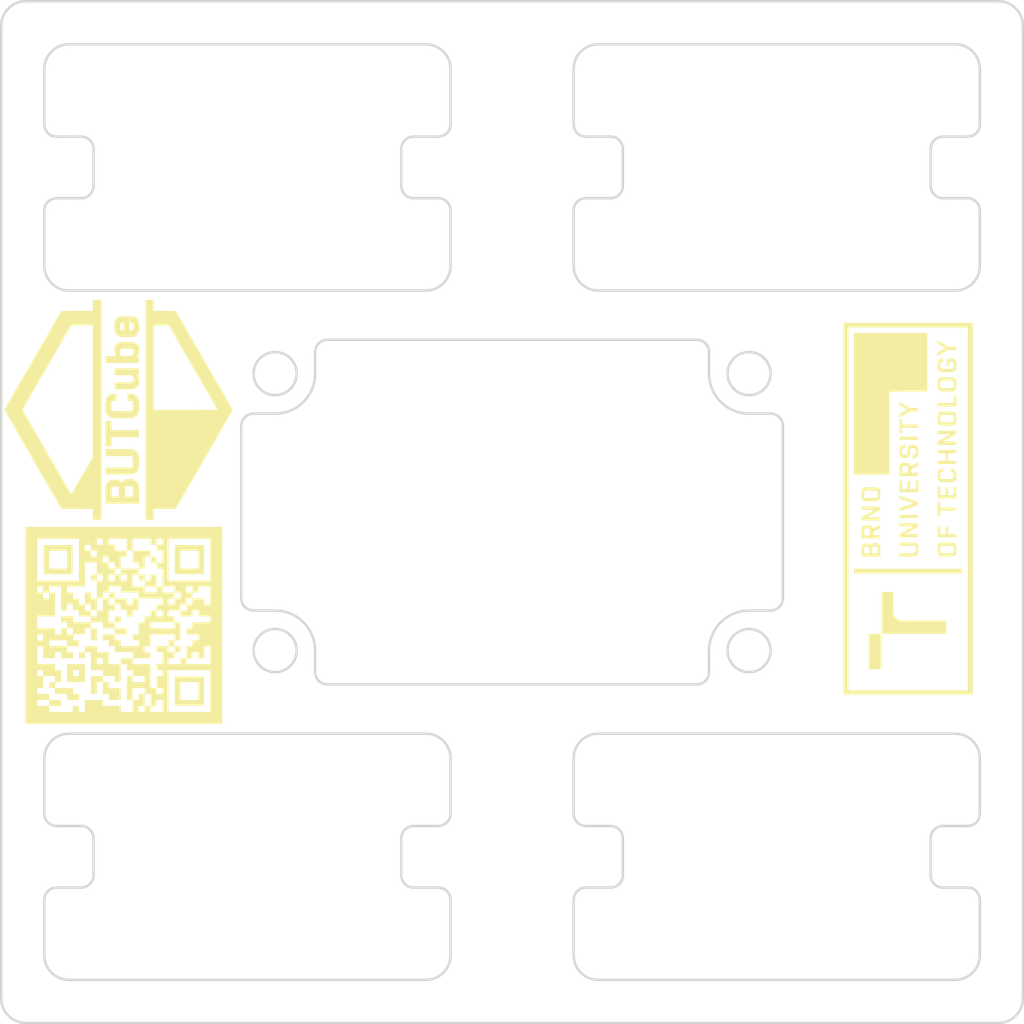
<source format=kicad_pcb>
(kicad_pcb (version 20210424) (generator pcbnew)
  (layers (0 "F.Cu" signal) (31 "B.Cu" signal) (34 "B.Paste" user) (35 "F.Paste" user) (36 "B.SilkS" user "B.Silkscreen") (37 "F.SilkS" user "F.Silkscreen") (38 "B.Mask" user) (39 "F.Mask" user) (44 "Edge.Cuts" user))
  (net 0 "")
  (footprint "LOGO" (layer "F.Cu") (at 121.65 106.1 90)
    (fp_text reference "G***" hide)
    (fp_text value "LOGO" hide)
  )
  (footprint "LOGO" (layer "F.Cu") (at 185.375 96.625 90)
    (fp_text reference "G***" hide)
    (fp_text value "LOGO" hide)
  )
  (footprint "LOGO" (layer "F.Cu") (at 121.225 88.6 90)
    (fp_text reference "G***" hide)
    (fp_text value "LOGO" hide)
  )
  (gr_arc (start 113.700001 136.400001) (end 111.700001 136.400001) (angle -90) (layer "Edge.Cuts") (width 0.2))
  (gr_line (start 158.2 116.9) (end 158.2 121.4) (layer "Edge.Cuts") (width 0.2))
  (gr_line (start 175.2 103.900001) (end 175.2 89.900001) (layer "Edge.Cuts") (width 0.2))
  (gr_line (start 161.2 71.400001) (end 159.2 71.400001) (layer "Edge.Cuts") (width 0.2))
  (gr_arc (start 159.2 72.400001) (end 159.2 71.4) (angle -90) (layer "Edge.Cuts") (width 0.2))
  (gr_arc (start 117.200001 116.9) (end 117.2 114.9) (angle -90) (layer "Edge.Cuts") (width 0.2))
  (gr_line (start 147.2 122.4) (end 145.2 122.4) (layer "Edge.Cuts") (width 0.2))
  (gr_arc (start 132.2 103.900001) (end 131.2 103.900001) (angle -90) (layer "Edge.Cuts") (width 0.2))
  (gr_arc (start 146.2 60.900001) (end 148.2 60.900001) (angle -90) (layer "Edge.Cuts") (width 0.2))
  (gr_line (start 191.2 60.900001) (end 191.2 65.400001) (layer "Edge.Cuts") (width 0.2))
  (gr_line (start 161.200001 127.4) (end 159.2 127.4) (layer "Edge.Cuts") (width 0.2))
  (gr_line (start 159.2 122.4) (end 161.200001 122.4) (layer "Edge.Cuts") (width 0.2))
  (gr_line (start 158.2 60.9) (end 158.2 65.400001) (layer "Edge.Cuts") (width 0.2))
  (gr_line (start 158.2 72.400001) (end 158.2 76.9) (layer "Edge.Cuts") (width 0.2))
  (gr_arc (start 189.2 76.900001) (end 189.2 78.900001) (angle -90) (layer "Edge.Cuts") (width 0.2))
  (gr_arc (start 188.2 126.4) (end 187.2 126.4) (angle -90) (layer "Edge.Cuts") (width 0.2))
  (gr_line (start 159.2 66.400001) (end 161.2 66.400001) (layer "Edge.Cuts") (width 0.2))
  (gr_line (start 190.2 122.4) (end 188.2 122.4) (layer "Edge.Cuts") (width 0.2))
  (gr_line (start 190.2 66.4) (end 188.2 66.4) (layer "Edge.Cuts") (width 0.2))
  (gr_arc (start 189.2 60.900001) (end 191.2 60.900001) (angle -90) (layer "Edge.Cuts") (width 0.2))
  (gr_line (start 137.2 109.900001) (end 137.2 108.150001) (layer "Edge.Cuts") (width 0.2))
  (gr_arc (start 145.2 70.4) (end 144.2 70.4) (angle -90) (layer "Edge.Cuts") (width 0.2))
  (gr_arc (start 161.200001 123.4) (end 162.200001 123.4) (angle -90) (layer "Edge.Cuts") (width 0.2))
  (gr_arc (start 133.95 108.150001) (end 137.2 108.150001) (angle -90) (layer "Edge.Cuts") (width 0.2))
  (gr_arc (start 188.2 70.4) (end 187.2 70.4) (angle -90) (layer "Edge.Cuts") (width 0.2))
  (gr_arc (start 161.2 70.400001) (end 161.2 71.400001) (angle -90) (layer "Edge.Cuts") (width 0.2))
  (gr_arc (start 118.2 67.4) (end 119.2 67.4) (angle -90) (layer "Edge.Cuts") (width 0.2))
  (gr_arc (start 168.2 109.9) (end 168.2 110.900001) (angle -90) (layer "Edge.Cuts") (width 0.2))
  (gr_circle (center 133.95 85.650001) (end 135.7 85.650001) (layer "Edge.Cuts") (width 0.2) (fill none))
  (gr_arc (start 160.2 60.9) (end 160.2 58.9) (angle -90) (layer "Edge.Cuts") (width 0.2))
  (gr_arc (start 161.2 67.400001) (end 162.2 67.400001) (angle -90) (layer "Edge.Cuts") (width 0.2))
  (gr_line (start 111.7 57.400001) (end 111.700001 136.400001) (layer "Edge.Cuts") (width 0.2))
  (gr_arc (start 133.95 85.650001) (end 133.95 88.900001) (angle -90) (layer "Edge.Cuts") (width 0.2))
  (gr_arc (start 147.2 128.4) (end 148.2 128.4) (angle -90) (layer "Edge.Cuts") (width 0.2))
  (gr_arc (start 172.45 85.650001) (end 169.2 85.650001) (angle -90) (layer "Edge.Cuts") (width 0.2))
  (gr_arc (start 161.200001 126.4) (end 161.200001 127.4) (angle -90) (layer "Edge.Cuts") (width 0.2))
  (gr_arc (start 116.2 128.400001) (end 116.2 127.4) (angle -90) (layer "Edge.Cuts") (width 0.2))
  (gr_line (start 148.2 116.9) (end 148.2 121.4) (layer "Edge.Cuts") (width 0.2))
  (gr_arc (start 159.2 65.400001) (end 158.2 65.400001) (angle -90) (layer "Edge.Cuts") (width 0.2))
  (gr_line (start 158.2 128.4) (end 158.2 132.9) (layer "Edge.Cuts") (width 0.2))
  (gr_arc (start 147.2 121.4) (end 147.2 122.4) (angle -90) (layer "Edge.Cuts") (width 0.2))
  (gr_arc (start 192.7 57.4) (end 194.7 57.4) (angle -90) (layer "Edge.Cuts") (width 0.2))
  (gr_line (start 169.2 83.900001) (end 169.2 85.650001) (layer "Edge.Cuts") (width 0.2))
  (gr_line (start 145.2 71.4) (end 147.2 71.4) (layer "Edge.Cuts") (width 0.2))
  (gr_arc (start 188.2 123.4) (end 188.2 122.4) (angle -90) (layer "Edge.Cuts") (width 0.2))
  (gr_arc (start 117.2 60.900001) (end 117.2 58.9) (angle -90) (layer "Edge.Cuts") (width 0.2))
  (gr_line (start 115.2 128.4) (end 115.2 132.9) (layer "Edge.Cuts") (width 0.2))
  (gr_arc (start 147.2 72.4) (end 148.2 72.4) (angle -90) (layer "Edge.Cuts") (width 0.2))
  (gr_arc (start 118.2 70.400001) (end 118.2 71.400001) (angle -90) (layer "Edge.Cuts") (width 0.2))
  (gr_line (start 168.2 110.900001) (end 138.2 110.900001) (layer "Edge.Cuts") (width 0.2))
  (gr_line (start 133.95 88.900001) (end 132.2 88.900001) (layer "Edge.Cuts") (width 0.2))
  (gr_line (start 148.2 60.9) (end 148.2 65.4) (layer "Edge.Cuts") (width 0.2))
  (gr_arc (start 146.2 76.9) (end 146.2 78.900001) (angle -90) (layer "Edge.Cuts") (width 0.2))
  (gr_arc (start 147.2 65.4) (end 147.2 66.400001) (angle -90) (layer "Edge.Cuts") (width 0.2))
  (gr_line (start 117.2 58.9) (end 146.2 58.900001) (layer "Edge.Cuts") (width 0.2))
  (gr_line (start 138.2 82.900001) (end 168.2 82.900001) (layer "Edge.Cuts") (width 0.2))
  (gr_line (start 162.2 67.400001) (end 162.2 70.400001) (layer "Edge.Cuts") (width 0.2))
  (gr_arc (start 118.2 126.4) (end 118.2 127.4) (angle -90) (layer "Edge.Cuts") (width 0.2))
  (gr_line (start 131.2 89.900001) (end 131.2 103.900001) (layer "Edge.Cuts") (width 0.2))
  (gr_line (start 118.2 71.4) (end 116.2 71.4) (layer "Edge.Cuts") (width 0.2))
  (gr_arc (start 118.200001 123.4) (end 119.2 123.4) (angle -90) (layer "Edge.Cuts") (width 0.2))
  (gr_line (start 188.2 127.4) (end 190.2 127.4) (layer "Edge.Cuts") (width 0.2))
  (gr_line (start 116.2 66.4) (end 118.2 66.4) (layer "Edge.Cuts") (width 0.2))
  (gr_line (start 119.2 123.4) (end 119.2 126.4) (layer "Edge.Cuts") (width 0.2))
  (gr_line (start 119.2 67.4) (end 119.2 70.4) (layer "Edge.Cuts") (width 0.2))
  (gr_arc (start 146.2 116.9) (end 148.2 116.9) (angle -90) (layer "Edge.Cuts") (width 0.2))
  (gr_line (start 160.2 58.9) (end 189.2 58.9) (layer "Edge.Cuts") (width 0.2))
  (gr_circle (center 133.95 108.150001) (end 135.7 108.150001) (layer "Edge.Cuts") (width 0.2) (fill none))
  (gr_arc (start 160.200001 132.9) (end 158.2 132.9) (angle -90) (layer "Edge.Cuts") (width 0.2))
  (gr_arc (start 145.2 126.4) (end 144.2 126.4) (angle -90) (layer "Edge.Cuts") (width 0.2))
  (gr_line (start 191.2 72.4) (end 191.2 76.900001) (layer "Edge.Cuts") (width 0.2))
  (gr_arc (start 113.700001 57.400001) (end 113.700001 55.400001) (angle -90) (layer "Edge.Cuts") (width 0.2))
  (gr_line (start 169.2 109.900001) (end 169.2 108.150001) (layer "Edge.Cuts") (width 0.2))
  (gr_line (start 162.2 123.4) (end 162.2 126.4) (layer "Edge.Cuts") (width 0.2))
  (gr_line (start 133.95 104.900001) (end 132.2 104.900001) (layer "Edge.Cuts") (width 0.2))
  (gr_arc (start 190.2 72.400001) (end 191.2 72.400001) (angle -90) (layer "Edge.Cuts") (width 0.2))
  (gr_arc (start 138.2 83.900001) (end 138.2 82.9) (angle -90) (layer "Edge.Cuts") (width 0.2))
  (gr_line (start 115.2 116.9) (end 115.2 121.4) (layer "Edge.Cuts") (width 0.2))
  (gr_line (start 145.2 127.4) (end 147.2 127.4) (layer "Edge.Cuts") (width 0.2))
  (gr_arc (start 116.2 65.4) (end 115.2 65.4) (angle -90) (layer "Edge.Cuts") (width 0.2))
  (gr_circle (center 172.45 85.650001) (end 174.2 85.650001) (layer "Edge.Cuts") (width 0.2) (fill none))
  (gr_arc (start 132.2 89.9) (end 132.2 88.9) (angle -90) (layer "Edge.Cuts") (width 0.2))
  (gr_arc (start 190.2 65.4) (end 190.2 66.400001) (angle -90) (layer "Edge.Cuts") (width 0.2))
  (gr_arc (start 190.2 128.4) (end 191.2 128.4) (angle -90) (layer "Edge.Cuts") (width 0.2))
  (gr_line (start 118.2 127.4) (end 116.2 127.4) (layer "Edge.Cuts") (width 0.2))
  (gr_line (start 187.2 123.4) (end 187.2 126.4) (layer "Edge.Cuts") (width 0.2))
  (gr_arc (start 159.2 121.4) (end 158.2 121.4) (angle -90) (layer "Edge.Cuts") (width 0.2))
  (gr_line (start 194.7 136.400001) (end 194.7 57.4) (layer "Edge.Cuts") (width 0.2))
  (gr_line (start 144.2 67.4) (end 144.2 70.4) (layer "Edge.Cuts") (width 0.2))
  (gr_arc (start 117.2 76.9) (end 115.2 76.9) (angle -90) (layer "Edge.Cuts") (width 0.2))
  (gr_arc (start 190.2 121.4) (end 190.2 122.4) (angle -90) (layer "Edge.Cuts") (width 0.2))
  (gr_arc (start 174.2 103.900001) (end 174.2 104.900001) (angle -90) (layer "Edge.Cuts") (width 0.2))
  (gr_arc (start 188.2 67.400001) (end 188.2 66.400001) (angle -90) (layer "Edge.Cuts") (width 0.2))
  (gr_line (start 191.2 116.9) (end 191.2 121.4) (layer "Edge.Cuts") (width 0.2))
  (gr_line (start 116.2 122.4) (end 118.2 122.4) (layer "Edge.Cuts") (width 0.2))
  (gr_arc (start 192.7 136.400001) (end 192.700001 138.400001) (angle -90) (layer "Edge.Cuts") (width 0.2))
  (gr_arc (start 145.2 123.4) (end 145.2 122.4) (angle -90) (layer "Edge.Cuts") (width 0.2))
  (gr_arc (start 145.2 67.4) (end 145.2 66.4) (angle -90) (layer "Edge.Cuts") (width 0.2))
  (gr_line (start 146.2 134.9) (end 117.2 134.9) (layer "Edge.Cuts") (width 0.2))
  (gr_line (start 191.2 128.4) (end 191.2 132.9) (layer "Edge.Cuts") (width 0.2))
  (gr_arc (start 116.2 121.4) (end 115.2 121.4) (angle -90) (layer "Edge.Cuts") (width 0.2))
  (gr_line (start 172.45 104.900001) (end 174.2 104.900001) (layer "Edge.Cuts") (width 0.2))
  (gr_arc (start 116.2 72.4) (end 116.2 71.4) (angle -90) (layer "Edge.Cuts") (width 0.2))
  (gr_line (start 192.7 55.400001) (end 113.700001 55.400001) (layer "Edge.Cuts") (width 0.2))
  (gr_arc (start 138.2 109.9) (end 137.2 109.900001) (angle -90) (layer "Edge.Cuts") (width 0.2))
  (gr_line (start 146.2 78.9) (end 117.200001 78.9) (layer "Edge.Cuts") (width 0.2))
  (gr_arc (start 189.2 116.9) (end 191.2 116.9) (angle -90) (layer "Edge.Cuts") (width 0.2))
  (gr_line (start 172.45 88.900001) (end 174.2 88.900001) (layer "Edge.Cuts") (width 0.2))
  (gr_arc (start 189.2 132.9) (end 189.2 134.9) (angle -90) (layer "Edge.Cuts") (width 0.2))
  (gr_line (start 189.2 78.9) (end 160.2 78.9) (layer "Edge.Cuts") (width 0.2))
  (gr_arc (start 174.2 89.9) (end 175.2 89.9) (angle -90) (layer "Edge.Cuts") (width 0.2))
  (gr_line (start 160.200001 114.9) (end 189.2 114.9) (layer "Edge.Cuts") (width 0.2))
  (gr_arc (start 160.200001 76.9) (end 158.2 76.9) (angle -90) (layer "Edge.Cuts") (width 0.2))
  (gr_line (start 147.2 66.4) (end 145.2 66.4) (layer "Edge.Cuts") (width 0.2))
  (gr_arc (start 168.2 83.900001) (end 169.2 83.900001) (angle -90) (layer "Edge.Cuts") (width 0.2))
  (gr_line (start 115.2 72.4) (end 115.2 76.9) (layer "Edge.Cuts") (width 0.2))
  (gr_arc (start 172.45 108.150001) (end 172.45 104.900001) (angle -90) (layer "Edge.Cuts") (width 0.2))
  (gr_arc (start 117.200001 132.9) (end 115.2 132.9) (angle -90) (layer "Edge.Cuts") (width 0.2))
  (gr_line (start 144.2 123.4) (end 144.2 126.4) (layer "Edge.Cuts") (width 0.2))
  (gr_line (start 137.2 83.900001) (end 137.2 85.650001) (layer "Edge.Cuts") (width 0.2))
  (gr_line (start 115.2 60.9) (end 115.2 65.4) (layer "Edge.Cuts") (width 0.2))
  (gr_arc (start 159.2 128.4) (end 159.2 127.4) (angle -90) (layer "Edge.Cuts") (width 0.2))
  (gr_line (start 148.2 128.4) (end 148.2 132.9) (layer "Edge.Cuts") (width 0.2))
  (gr_line (start 117.2 114.9) (end 146.2 114.9) (layer "Edge.Cuts") (width 0.2))
  (gr_line (start 148.2 72.4) (end 148.2 76.9) (layer "Edge.Cuts") (width 0.2))
  (gr_line (start 188.2 71.4) (end 190.2 71.4) (layer "Edge.Cuts") (width 0.2))
  (gr_line (start 189.2 134.9) (end 160.200001 134.9) (layer "Edge.Cuts") (width 0.2))
  (gr_arc (start 160.2 116.9) (end 160.200001 114.9) (angle -90) (layer "Edge.Cuts") (width 0.2))
  (gr_arc (start 146.2 132.9) (end 146.2 134.9) (angle -90) (layer "Edge.Cuts") (width 0.2))
  (gr_line (start 113.700001 138.4) (end 192.700001 138.4) (layer "Edge.Cuts") (width 0.2))
  (gr_line (start 187.2 67.400001) (end 187.2 70.4) (layer "Edge.Cuts") (width 0.2))
  (gr_circle (center 172.45 108.150001) (end 174.2 108.150001) (layer "Edge.Cuts") (width 0.2) (fill none))
)
</source>
